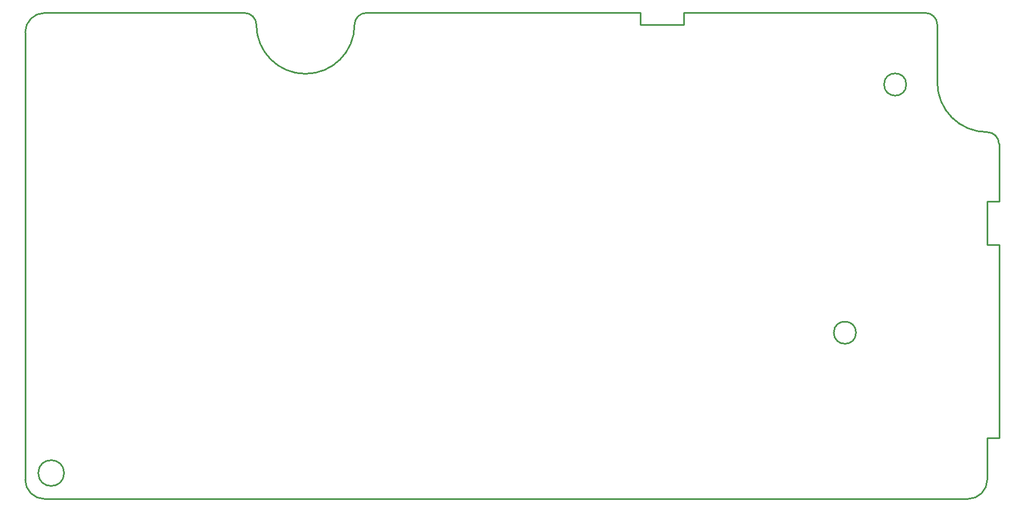
<source format=gbr>
%TF.GenerationSoftware,KiCad,Pcbnew,7.0.8*%
%TF.CreationDate,2024-04-29T16:48:28-06:00*%
%TF.ProjectId,GR-LRR-POWER-PCB-HIGH-VOLTAGE,47522d4c-5252-42d5-904f-5745522d5043,rev?*%
%TF.SameCoordinates,Original*%
%TF.FileFunction,Profile,NP*%
%FSLAX46Y46*%
G04 Gerber Fmt 4.6, Leading zero omitted, Abs format (unit mm)*
G04 Created by KiCad (PCBNEW 7.0.8) date 2024-04-29 16:48:28*
%MOMM*%
%LPD*%
G01*
G04 APERTURE LIST*
%TA.AperFunction,Profile*%
%ADD10C,0.250000*%
%TD*%
G04 APERTURE END LIST*
D10*
X210366585Y-24691777D02*
X210366585Y-22897000D01*
X243578753Y-72234147D02*
G75*
G03*
X243578753Y-72234147I-1714500J0D01*
G01*
X260803423Y-97897023D02*
G75*
G03*
X263803423Y-94897000I-23J3000023D01*
G01*
X149370153Y-22897000D02*
X118598200Y-22897000D01*
X217024721Y-24691777D02*
X210366585Y-24691777D01*
X265598200Y-52001379D02*
X265598200Y-43125747D01*
X263803423Y-52001379D02*
X265598200Y-52001379D01*
X151209300Y-24736147D02*
G75*
G03*
X166327006Y-24736147I7558853J0D01*
G01*
X210366585Y-22897000D02*
X168166153Y-22897000D01*
X254259453Y-22897000D02*
X217024721Y-22897000D01*
X263803423Y-58659515D02*
X263803423Y-52001379D01*
X118598200Y-97897000D02*
X260803423Y-97897000D01*
X263803423Y-88463079D02*
X265598200Y-88463079D01*
X118598200Y-22897000D02*
G75*
G03*
X115598200Y-25897000I0J-3000000D01*
G01*
X115598200Y-25897000D02*
X115598200Y-94897000D01*
X217024721Y-22897000D02*
X217024721Y-24691777D01*
X256098600Y-33626147D02*
X256098600Y-24736147D01*
X121585084Y-93897000D02*
G75*
G03*
X121585084Y-93897000I-1986884J0D01*
G01*
X256098600Y-24736147D02*
G75*
G03*
X254259453Y-22897000I-1839200J-53D01*
G01*
X263803423Y-94897000D02*
X263803423Y-88463079D01*
X251319403Y-33943647D02*
G75*
G03*
X251319403Y-33943647I-1714500J0D01*
G01*
X265598200Y-58659515D02*
X263803423Y-58659515D01*
X265598200Y-88463079D02*
X265598200Y-58659515D01*
X115598200Y-94897000D02*
G75*
G03*
X118598200Y-97897000I3000000J0D01*
G01*
X168166153Y-22897006D02*
G75*
G03*
X166327006Y-24736147I147J-1839294D01*
G01*
X256098600Y-33626147D02*
G75*
G03*
X263759053Y-41286600I7660400J-53D01*
G01*
X265598200Y-43125747D02*
G75*
G03*
X263759053Y-41286600I-1839200J-53D01*
G01*
X151209300Y-24736147D02*
G75*
G03*
X149370153Y-22897000I-1839200J-53D01*
G01*
M02*

</source>
